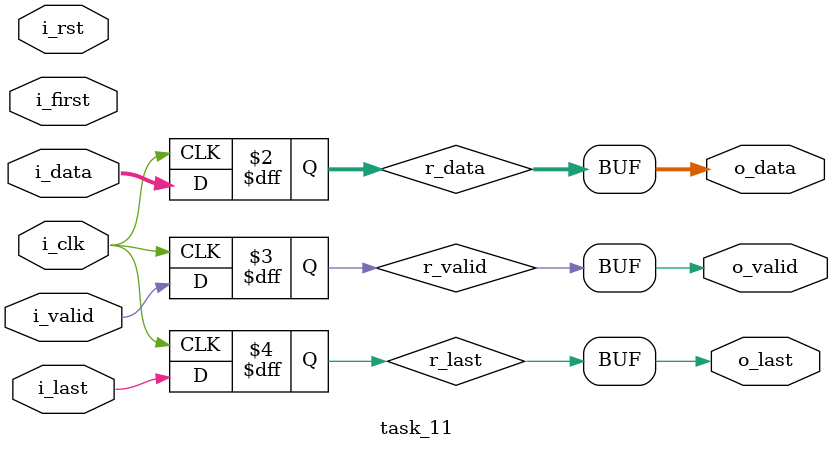
<source format=sv>
`timescale 1ns / 1ps
module task_11 #(
    parameter int TASK_INPUT_WIDTH  = 8,
    parameter int TASK_OUTPUT_WIDTH = 8,
    parameter int INPUT_STREAMS     = 1,
    parameter int OUTPUT_STREAMS    = 1

) (
    input i_clk,
    input i_rst,
    input [TASK_INPUT_WIDTH-1:0] i_data,
    input i_valid,
    input i_first,
    input i_last,
    output [TASK_OUTPUT_WIDTH-1:0] o_data,
    output o_valid,
    output o_last
);

  logic [TASK_OUTPUT_WIDTH-1:0] r_data; // Just a dummy register. Replace with your code.
  logic r_valid; // Just a dummy register. Replace with your code.
  logic r_last; // Just a dummy register. Replace with your code.

  always@(posedge i_clk) begin
    r_data <= i_data; // Just a dummy assignement. Replace with your code.
    r_valid <= i_valid; // Just a dummy assignement. Replace with your code.
    r_last <= i_last; // Just a dummy assignement. Replace with your code.
  end

  assign o_data = r_data; // Just a dummy assignement. Replace with your code.
  assign o_valid = r_valid; // Just a dummy assignement. Replace with your code.
  assign o_last = r_last; // Just a dummy assignement. Replace with your code.

endmodule

</source>
